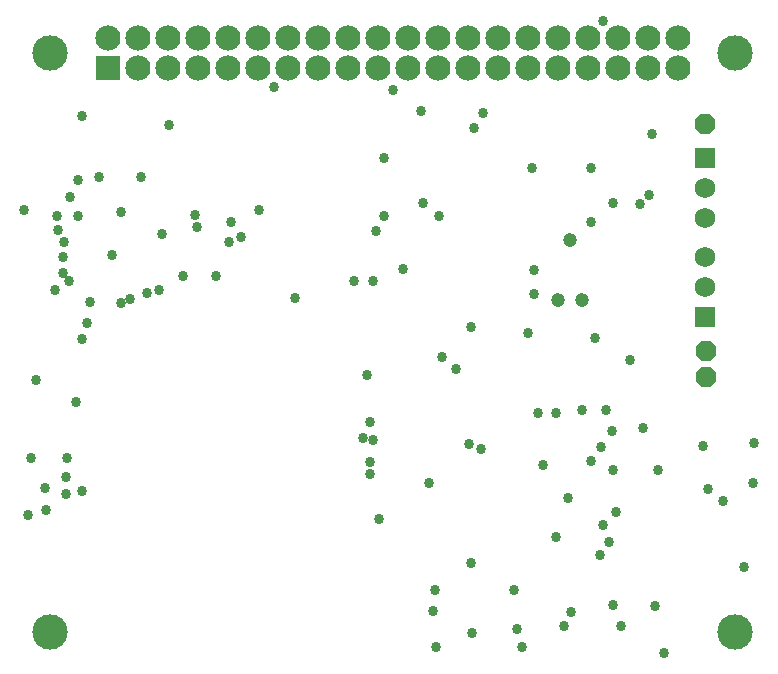
<source format=gbs>
G75*
%MOIN*%
%OFA0B0*%
%FSLAX25Y25*%
%IPPOS*%
%LPD*%
%AMOC8*
5,1,8,0,0,1.08239X$1,22.5*
%
%ADD10C,0.11824*%
%ADD11R,0.08400X0.08400*%
%ADD12C,0.08400*%
%ADD13OC8,0.06737*%
%ADD14R,0.06800X0.06800*%
%ADD15C,0.06800*%
%ADD16C,0.04700*%
%ADD17C,0.03400*%
D10*
X0092327Y0020973D03*
X0320673Y0020973D03*
X0320673Y0213886D03*
X0092327Y0213886D03*
D11*
X0111500Y0208886D03*
D12*
X0121500Y0208886D03*
X0131500Y0208886D03*
X0141500Y0208886D03*
X0151500Y0208886D03*
X0161500Y0208886D03*
X0171500Y0208886D03*
X0181500Y0208886D03*
X0191500Y0208886D03*
X0201500Y0208886D03*
X0211500Y0208886D03*
X0221500Y0208886D03*
X0231500Y0208886D03*
X0241500Y0208886D03*
X0251500Y0208886D03*
X0261500Y0208886D03*
X0271500Y0208886D03*
X0281500Y0208886D03*
X0291500Y0208886D03*
X0301500Y0208886D03*
X0301500Y0218886D03*
X0291500Y0218886D03*
X0281500Y0218886D03*
X0271500Y0218886D03*
X0261500Y0218886D03*
X0251500Y0218886D03*
X0241500Y0218886D03*
X0231500Y0218886D03*
X0221500Y0218886D03*
X0211500Y0218886D03*
X0201500Y0218886D03*
X0191500Y0218886D03*
X0181500Y0218886D03*
X0171500Y0218886D03*
X0161500Y0218886D03*
X0151500Y0218886D03*
X0141500Y0218886D03*
X0131500Y0218886D03*
X0121500Y0218886D03*
X0111500Y0218886D03*
D13*
X0310700Y0190286D03*
X0310900Y0114486D03*
X0310900Y0105686D03*
D14*
X0310700Y0125686D03*
X0310700Y0178686D03*
D15*
X0310700Y0168686D03*
X0310700Y0158686D03*
X0310700Y0145686D03*
X0310700Y0135686D03*
D16*
X0269500Y0131386D03*
X0261500Y0131386D03*
X0265500Y0151386D03*
D17*
X0085000Y0059886D03*
X0091000Y0061386D03*
X0097500Y0066886D03*
X0103000Y0067886D03*
X0097500Y0072386D03*
X0098000Y0078886D03*
X0086000Y0078886D03*
X0090500Y0068886D03*
X0101000Y0097386D03*
X0087500Y0104886D03*
X0103000Y0118386D03*
X0104700Y0123886D03*
X0105500Y0130886D03*
X0098700Y0137686D03*
X0096500Y0140386D03*
X0096500Y0145886D03*
X0097000Y0150886D03*
X0095000Y0154886D03*
X0094500Y0159386D03*
X0101500Y0159386D03*
X0099000Y0165886D03*
X0101500Y0171386D03*
X0108500Y0172386D03*
X0116000Y0160886D03*
X0122500Y0172386D03*
X0140500Y0159886D03*
X0141300Y0155686D03*
X0152500Y0157386D03*
X0156000Y0152386D03*
X0151900Y0150686D03*
X0147500Y0139386D03*
X0136500Y0139386D03*
X0128500Y0134886D03*
X0124500Y0133886D03*
X0119000Y0131886D03*
X0116000Y0130386D03*
X0113000Y0146386D03*
X0129500Y0153386D03*
X0162000Y0161386D03*
X0193500Y0137886D03*
X0200000Y0137886D03*
X0210000Y0141886D03*
X0201000Y0154386D03*
X0203500Y0159386D03*
X0216500Y0163886D03*
X0222000Y0159386D03*
X0203500Y0178886D03*
X0216000Y0194386D03*
X0206500Y0201386D03*
X0233500Y0188886D03*
X0236500Y0193886D03*
X0253000Y0175386D03*
X0272500Y0175386D03*
X0280000Y0163886D03*
X0272500Y0157386D03*
X0289000Y0163386D03*
X0292000Y0166386D03*
X0293000Y0186886D03*
X0276500Y0224386D03*
X0253500Y0141386D03*
X0253500Y0133386D03*
X0251500Y0120386D03*
X0232500Y0122386D03*
X0223000Y0112386D03*
X0227500Y0108386D03*
X0255000Y0093886D03*
X0261000Y0093886D03*
X0269500Y0094886D03*
X0277500Y0094886D03*
X0279500Y0087886D03*
X0276000Y0082386D03*
X0272500Y0077886D03*
X0280000Y0074886D03*
X0295000Y0074886D03*
X0290000Y0088886D03*
X0310000Y0082886D03*
X0311500Y0068386D03*
X0316500Y0064386D03*
X0326500Y0070386D03*
X0327000Y0083886D03*
X0285500Y0111386D03*
X0274000Y0118886D03*
X0236000Y0081886D03*
X0232000Y0083386D03*
X0218500Y0070386D03*
X0202000Y0058386D03*
X0199000Y0073386D03*
X0199000Y0077386D03*
X0200000Y0084886D03*
X0196500Y0085386D03*
X0199000Y0090886D03*
X0198000Y0106386D03*
X0174100Y0132086D03*
X0132000Y0189886D03*
X0103000Y0192886D03*
X0083500Y0161386D03*
X0094000Y0134886D03*
X0167000Y0202386D03*
X0256500Y0076386D03*
X0265000Y0065386D03*
X0276500Y0056386D03*
X0278500Y0050886D03*
X0275500Y0046386D03*
X0261000Y0052386D03*
X0281000Y0060886D03*
X0247000Y0034886D03*
X0232500Y0043886D03*
X0220500Y0034886D03*
X0220000Y0027886D03*
X0221000Y0015886D03*
X0233000Y0020386D03*
X0248000Y0021886D03*
X0249500Y0015886D03*
X0263500Y0022886D03*
X0266000Y0027386D03*
X0280000Y0029886D03*
X0282500Y0022886D03*
X0294000Y0029386D03*
X0297000Y0013886D03*
X0323500Y0042386D03*
M02*

</source>
